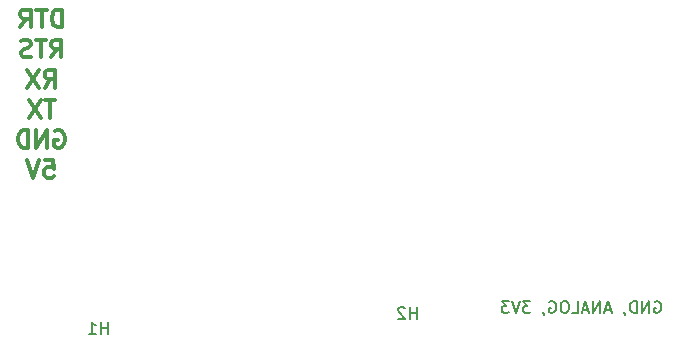
<source format=gbo>
%TF.GenerationSoftware,KiCad,Pcbnew,(5.1.10)-1*%
%TF.CreationDate,2021-09-30T00:23:06-04:00*%
%TF.ProjectId,soil_sensor,736f696c-5f73-4656-9e73-6f722e6b6963,rev?*%
%TF.SameCoordinates,Original*%
%TF.FileFunction,Legend,Bot*%
%TF.FilePolarity,Positive*%
%FSLAX46Y46*%
G04 Gerber Fmt 4.6, Leading zero omitted, Abs format (unit mm)*
G04 Created by KiCad (PCBNEW (5.1.10)-1) date 2021-09-30 00:23:06*
%MOMM*%
%LPD*%
G01*
G04 APERTURE LIST*
%ADD10C,0.300000*%
%ADD11C,0.150000*%
%ADD12C,2.100000*%
%ADD13O,1.700000X1.700000*%
%ADD14R,1.700000X1.700000*%
%ADD15O,2.500000X3.000000*%
%ADD16C,2.600000*%
%ADD17R,2.600000X2.600000*%
G04 APERTURE END LIST*
D10*
X132016285Y-107587571D02*
X132016285Y-106087571D01*
X131659142Y-106087571D01*
X131444857Y-106159000D01*
X131302000Y-106301857D01*
X131230571Y-106444714D01*
X131159142Y-106730428D01*
X131159142Y-106944714D01*
X131230571Y-107230428D01*
X131302000Y-107373285D01*
X131444857Y-107516142D01*
X131659142Y-107587571D01*
X132016285Y-107587571D01*
X130730571Y-106087571D02*
X129873428Y-106087571D01*
X130302000Y-107587571D02*
X130302000Y-106087571D01*
X128516285Y-107587571D02*
X129016285Y-106873285D01*
X129373428Y-107587571D02*
X129373428Y-106087571D01*
X128802000Y-106087571D01*
X128659142Y-106159000D01*
X128587714Y-106230428D01*
X128516285Y-106373285D01*
X128516285Y-106587571D01*
X128587714Y-106730428D01*
X128659142Y-106801857D01*
X128802000Y-106873285D01*
X129373428Y-106873285D01*
X131123428Y-110137571D02*
X131623428Y-109423285D01*
X131980571Y-110137571D02*
X131980571Y-108637571D01*
X131409142Y-108637571D01*
X131266285Y-108709000D01*
X131194857Y-108780428D01*
X131123428Y-108923285D01*
X131123428Y-109137571D01*
X131194857Y-109280428D01*
X131266285Y-109351857D01*
X131409142Y-109423285D01*
X131980571Y-109423285D01*
X130694857Y-108637571D02*
X129837714Y-108637571D01*
X130266285Y-110137571D02*
X130266285Y-108637571D01*
X129409142Y-110066142D02*
X129194857Y-110137571D01*
X128837714Y-110137571D01*
X128694857Y-110066142D01*
X128623428Y-109994714D01*
X128552000Y-109851857D01*
X128552000Y-109709000D01*
X128623428Y-109566142D01*
X128694857Y-109494714D01*
X128837714Y-109423285D01*
X129123428Y-109351857D01*
X129266285Y-109280428D01*
X129337714Y-109209000D01*
X129409142Y-109066142D01*
X129409142Y-108923285D01*
X129337714Y-108780428D01*
X129266285Y-108709000D01*
X129123428Y-108637571D01*
X128766285Y-108637571D01*
X128552000Y-108709000D01*
X130552000Y-112687571D02*
X131052000Y-111973285D01*
X131409142Y-112687571D02*
X131409142Y-111187571D01*
X130837714Y-111187571D01*
X130694857Y-111259000D01*
X130623428Y-111330428D01*
X130552000Y-111473285D01*
X130552000Y-111687571D01*
X130623428Y-111830428D01*
X130694857Y-111901857D01*
X130837714Y-111973285D01*
X131409142Y-111973285D01*
X130052000Y-111187571D02*
X129052000Y-112687571D01*
X129052000Y-111187571D02*
X130052000Y-112687571D01*
X131444857Y-113737571D02*
X130587714Y-113737571D01*
X131016285Y-115237571D02*
X131016285Y-113737571D01*
X130230571Y-113737571D02*
X129230571Y-115237571D01*
X129230571Y-113737571D02*
X130230571Y-115237571D01*
X131444857Y-116359000D02*
X131587714Y-116287571D01*
X131802000Y-116287571D01*
X132016285Y-116359000D01*
X132159142Y-116501857D01*
X132230571Y-116644714D01*
X132302000Y-116930428D01*
X132302000Y-117144714D01*
X132230571Y-117430428D01*
X132159142Y-117573285D01*
X132016285Y-117716142D01*
X131802000Y-117787571D01*
X131659142Y-117787571D01*
X131444857Y-117716142D01*
X131373428Y-117644714D01*
X131373428Y-117144714D01*
X131659142Y-117144714D01*
X130730571Y-117787571D02*
X130730571Y-116287571D01*
X129873428Y-117787571D01*
X129873428Y-116287571D01*
X129159142Y-117787571D02*
X129159142Y-116287571D01*
X128802000Y-116287571D01*
X128587714Y-116359000D01*
X128444857Y-116501857D01*
X128373428Y-116644714D01*
X128302000Y-116930428D01*
X128302000Y-117144714D01*
X128373428Y-117430428D01*
X128444857Y-117573285D01*
X128587714Y-117716142D01*
X128802000Y-117787571D01*
X129159142Y-117787571D01*
X130587714Y-118837571D02*
X131302000Y-118837571D01*
X131373428Y-119551857D01*
X131302000Y-119480428D01*
X131159142Y-119409000D01*
X130802000Y-119409000D01*
X130659142Y-119480428D01*
X130587714Y-119551857D01*
X130516285Y-119694714D01*
X130516285Y-120051857D01*
X130587714Y-120194714D01*
X130659142Y-120266142D01*
X130802000Y-120337571D01*
X131159142Y-120337571D01*
X131302000Y-120266142D01*
X131373428Y-120194714D01*
X130087714Y-118837571D02*
X129587714Y-120337571D01*
X129087714Y-118837571D01*
D11*
X182212476Y-130818000D02*
X182307714Y-130770380D01*
X182450571Y-130770380D01*
X182593428Y-130818000D01*
X182688666Y-130913238D01*
X182736285Y-131008476D01*
X182783904Y-131198952D01*
X182783904Y-131341809D01*
X182736285Y-131532285D01*
X182688666Y-131627523D01*
X182593428Y-131722761D01*
X182450571Y-131770380D01*
X182355333Y-131770380D01*
X182212476Y-131722761D01*
X182164857Y-131675142D01*
X182164857Y-131341809D01*
X182355333Y-131341809D01*
X181736285Y-131770380D02*
X181736285Y-130770380D01*
X181164857Y-131770380D01*
X181164857Y-130770380D01*
X180688666Y-131770380D02*
X180688666Y-130770380D01*
X180450571Y-130770380D01*
X180307714Y-130818000D01*
X180212476Y-130913238D01*
X180164857Y-131008476D01*
X180117238Y-131198952D01*
X180117238Y-131341809D01*
X180164857Y-131532285D01*
X180212476Y-131627523D01*
X180307714Y-131722761D01*
X180450571Y-131770380D01*
X180688666Y-131770380D01*
X179641047Y-131722761D02*
X179641047Y-131770380D01*
X179688666Y-131865619D01*
X179736285Y-131913238D01*
X178498190Y-131484666D02*
X178022000Y-131484666D01*
X178593428Y-131770380D02*
X178260095Y-130770380D01*
X177926761Y-131770380D01*
X177593428Y-131770380D02*
X177593428Y-130770380D01*
X177022000Y-131770380D01*
X177022000Y-130770380D01*
X176593428Y-131484666D02*
X176117238Y-131484666D01*
X176688666Y-131770380D02*
X176355333Y-130770380D01*
X176022000Y-131770380D01*
X175212476Y-131770380D02*
X175688666Y-131770380D01*
X175688666Y-130770380D01*
X174688666Y-130770380D02*
X174498190Y-130770380D01*
X174402952Y-130818000D01*
X174307714Y-130913238D01*
X174260095Y-131103714D01*
X174260095Y-131437047D01*
X174307714Y-131627523D01*
X174402952Y-131722761D01*
X174498190Y-131770380D01*
X174688666Y-131770380D01*
X174783904Y-131722761D01*
X174879142Y-131627523D01*
X174926761Y-131437047D01*
X174926761Y-131103714D01*
X174879142Y-130913238D01*
X174783904Y-130818000D01*
X174688666Y-130770380D01*
X173307714Y-130818000D02*
X173402952Y-130770380D01*
X173545809Y-130770380D01*
X173688666Y-130818000D01*
X173783904Y-130913238D01*
X173831523Y-131008476D01*
X173879142Y-131198952D01*
X173879142Y-131341809D01*
X173831523Y-131532285D01*
X173783904Y-131627523D01*
X173688666Y-131722761D01*
X173545809Y-131770380D01*
X173450571Y-131770380D01*
X173307714Y-131722761D01*
X173260095Y-131675142D01*
X173260095Y-131341809D01*
X173450571Y-131341809D01*
X172783904Y-131722761D02*
X172783904Y-131770380D01*
X172831523Y-131865619D01*
X172879142Y-131913238D01*
X171688666Y-130770380D02*
X171069619Y-130770380D01*
X171402952Y-131151333D01*
X171260095Y-131151333D01*
X171164857Y-131198952D01*
X171117238Y-131246571D01*
X171069619Y-131341809D01*
X171069619Y-131579904D01*
X171117238Y-131675142D01*
X171164857Y-131722761D01*
X171260095Y-131770380D01*
X171545809Y-131770380D01*
X171641047Y-131722761D01*
X171688666Y-131675142D01*
X170783904Y-130770380D02*
X170450571Y-131770380D01*
X170117238Y-130770380D01*
X169879142Y-130770380D02*
X169260095Y-130770380D01*
X169593428Y-131151333D01*
X169450571Y-131151333D01*
X169355333Y-131198952D01*
X169307714Y-131246571D01*
X169260095Y-131341809D01*
X169260095Y-131579904D01*
X169307714Y-131675142D01*
X169355333Y-131722761D01*
X169450571Y-131770380D01*
X169736285Y-131770380D01*
X169831523Y-131722761D01*
X169879142Y-131675142D01*
%TO.C,H2*%
X162051904Y-132278380D02*
X162051904Y-131278380D01*
X162051904Y-131754571D02*
X161480476Y-131754571D01*
X161480476Y-132278380D02*
X161480476Y-131278380D01*
X161051904Y-131373619D02*
X161004285Y-131326000D01*
X160909047Y-131278380D01*
X160670952Y-131278380D01*
X160575714Y-131326000D01*
X160528095Y-131373619D01*
X160480476Y-131468857D01*
X160480476Y-131564095D01*
X160528095Y-131706952D01*
X161099523Y-132278380D01*
X160480476Y-132278380D01*
%TO.C,H1*%
X135889904Y-133548380D02*
X135889904Y-132548380D01*
X135889904Y-133024571D02*
X135318476Y-133024571D01*
X135318476Y-133548380D02*
X135318476Y-132548380D01*
X134318476Y-133548380D02*
X134889904Y-133548380D01*
X134604190Y-133548380D02*
X134604190Y-132548380D01*
X134699428Y-132691238D01*
X134794666Y-132786476D01*
X134889904Y-132834095D01*
%TD*%
%LPC*%
D12*
%TO.C,H2*%
X165100000Y-131826000D03*
%TD*%
%TO.C,H1*%
X131572000Y-132080000D03*
%TD*%
D13*
%TO.C,J3*%
X125730000Y-119634000D03*
X125730000Y-117094000D03*
X125730000Y-114554000D03*
X125730000Y-112014000D03*
X125730000Y-109474000D03*
D14*
X125730000Y-106934000D03*
%TD*%
D15*
%TO.C,SW1*%
X173816000Y-106426000D03*
X178816000Y-106426000D03*
X173816000Y-118926000D03*
X178816000Y-118926000D03*
%TD*%
D16*
%TO.C,J2*%
X180942000Y-128016000D03*
X175942000Y-128016000D03*
D17*
X170942000Y-128016000D03*
%TD*%
M02*

</source>
